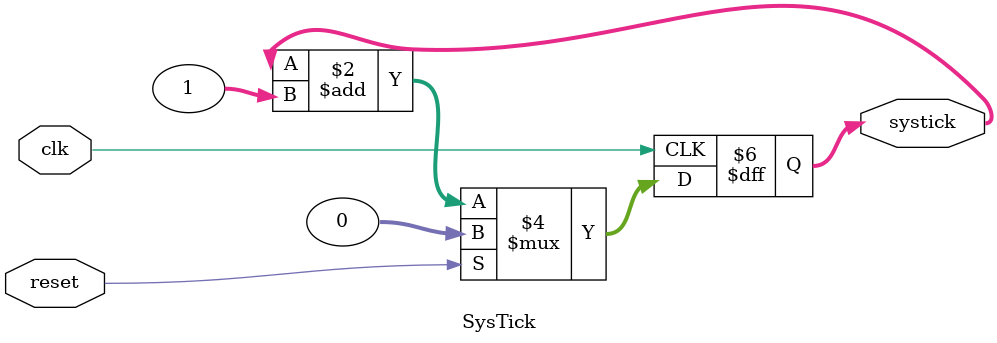
<source format=v>
`timescale 1ns / 1ps


module SysTick(
    input reset,
    input clk,
    output reg[31:0] systick
    );

always @(posedge clk)begin
    if(reset)
        systick<=0;
    else begin
        systick<=systick+1;
    end
end
endmodule

</source>
